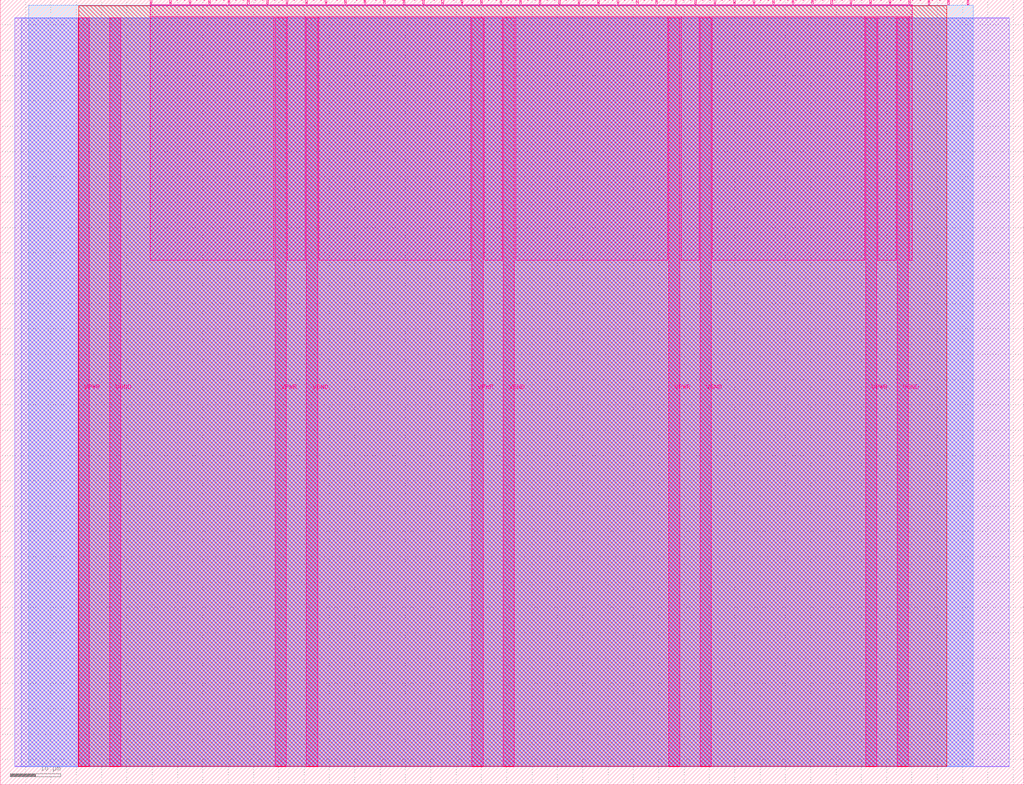
<source format=lef>
VERSION 5.7 ;
  NOWIREEXTENSIONATPIN ON ;
  DIVIDERCHAR "/" ;
  BUSBITCHARS "[]" ;
MACRO tt_um_wokwi_group_1
  CLASS BLOCK ;
  FOREIGN tt_um_wokwi_group_1 ;
  ORIGIN 0.000 0.000 ;
  SIZE 202.080 BY 154.980 ;
  PIN VGND
    DIRECTION INOUT ;
    USE GROUND ;
    PORT
      LAYER Metal5 ;
        RECT 21.580 3.560 23.780 151.420 ;
    END
    PORT
      LAYER Metal5 ;
        RECT 60.450 3.560 62.650 151.420 ;
    END
    PORT
      LAYER Metal5 ;
        RECT 99.320 3.560 101.520 151.420 ;
    END
    PORT
      LAYER Metal5 ;
        RECT 138.190 3.560 140.390 151.420 ;
    END
    PORT
      LAYER Metal5 ;
        RECT 177.060 3.560 179.260 151.420 ;
    END
  END VGND
  PIN VPWR
    DIRECTION INOUT ;
    USE POWER ;
    PORT
      LAYER Metal5 ;
        RECT 15.380 3.560 17.580 151.420 ;
    END
    PORT
      LAYER Metal5 ;
        RECT 54.250 3.560 56.450 151.420 ;
    END
    PORT
      LAYER Metal5 ;
        RECT 93.120 3.560 95.320 151.420 ;
    END
    PORT
      LAYER Metal5 ;
        RECT 131.990 3.560 134.190 151.420 ;
    END
    PORT
      LAYER Metal5 ;
        RECT 170.860 3.560 173.060 151.420 ;
    END
  END VPWR
  PIN clk
    DIRECTION INPUT ;
    USE SIGNAL ;
    PORT
      LAYER Metal5 ;
        RECT 187.050 153.980 187.350 154.980 ;
    END
  END clk
  PIN ena
    DIRECTION INPUT ;
    USE SIGNAL ;
    PORT
      LAYER Metal5 ;
        RECT 190.890 153.980 191.190 154.980 ;
    END
  END ena
  PIN rst_n
    DIRECTION INPUT ;
    USE SIGNAL ;
    PORT
      LAYER Metal5 ;
        RECT 183.210 153.980 183.510 154.980 ;
    END
  END rst_n
  PIN ui_in[0]
    DIRECTION INPUT ;
    USE SIGNAL ;
    ANTENNAGATEAREA 0.213200 ;
    PORT
      LAYER Metal5 ;
        RECT 179.370 153.980 179.670 154.980 ;
    END
  END ui_in[0]
  PIN ui_in[1]
    DIRECTION INPUT ;
    USE SIGNAL ;
    ANTENNAGATEAREA 0.213200 ;
    PORT
      LAYER Metal5 ;
        RECT 175.530 153.980 175.830 154.980 ;
    END
  END ui_in[1]
  PIN ui_in[2]
    DIRECTION INPUT ;
    USE SIGNAL ;
    ANTENNAGATEAREA 0.180700 ;
    PORT
      LAYER Metal5 ;
        RECT 171.690 153.980 171.990 154.980 ;
    END
  END ui_in[2]
  PIN ui_in[3]
    DIRECTION INPUT ;
    USE SIGNAL ;
    ANTENNAGATEAREA 0.180700 ;
    PORT
      LAYER Metal5 ;
        RECT 167.850 153.980 168.150 154.980 ;
    END
  END ui_in[3]
  PIN ui_in[4]
    DIRECTION INPUT ;
    USE SIGNAL ;
    ANTENNAGATEAREA 0.180700 ;
    PORT
      LAYER Metal5 ;
        RECT 164.010 153.980 164.310 154.980 ;
    END
  END ui_in[4]
  PIN ui_in[5]
    DIRECTION INPUT ;
    USE SIGNAL ;
    ANTENNAGATEAREA 0.213200 ;
    PORT
      LAYER Metal5 ;
        RECT 160.170 153.980 160.470 154.980 ;
    END
  END ui_in[5]
  PIN ui_in[6]
    DIRECTION INPUT ;
    USE SIGNAL ;
    ANTENNAGATEAREA 0.180700 ;
    PORT
      LAYER Metal5 ;
        RECT 156.330 153.980 156.630 154.980 ;
    END
  END ui_in[6]
  PIN ui_in[7]
    DIRECTION INPUT ;
    USE SIGNAL ;
    ANTENNAGATEAREA 0.314600 ;
    PORT
      LAYER Metal5 ;
        RECT 152.490 153.980 152.790 154.980 ;
    END
  END ui_in[7]
  PIN uio_in[0]
    DIRECTION INPUT ;
    USE SIGNAL ;
    ANTENNAGATEAREA 0.213200 ;
    PORT
      LAYER Metal5 ;
        RECT 148.650 153.980 148.950 154.980 ;
    END
  END uio_in[0]
  PIN uio_in[1]
    DIRECTION INPUT ;
    USE SIGNAL ;
    ANTENNAGATEAREA 0.180700 ;
    PORT
      LAYER Metal5 ;
        RECT 144.810 153.980 145.110 154.980 ;
    END
  END uio_in[1]
  PIN uio_in[2]
    DIRECTION INPUT ;
    USE SIGNAL ;
    ANTENNAGATEAREA 0.213200 ;
    PORT
      LAYER Metal5 ;
        RECT 140.970 153.980 141.270 154.980 ;
    END
  END uio_in[2]
  PIN uio_in[3]
    DIRECTION INPUT ;
    USE SIGNAL ;
    ANTENNAGATEAREA 0.213200 ;
    PORT
      LAYER Metal5 ;
        RECT 137.130 153.980 137.430 154.980 ;
    END
  END uio_in[3]
  PIN uio_in[4]
    DIRECTION INPUT ;
    USE SIGNAL ;
    PORT
      LAYER Metal5 ;
        RECT 133.290 153.980 133.590 154.980 ;
    END
  END uio_in[4]
  PIN uio_in[5]
    DIRECTION INPUT ;
    USE SIGNAL ;
    PORT
      LAYER Metal5 ;
        RECT 129.450 153.980 129.750 154.980 ;
    END
  END uio_in[5]
  PIN uio_in[6]
    DIRECTION INPUT ;
    USE SIGNAL ;
    PORT
      LAYER Metal5 ;
        RECT 125.610 153.980 125.910 154.980 ;
    END
  END uio_in[6]
  PIN uio_in[7]
    DIRECTION INPUT ;
    USE SIGNAL ;
    PORT
      LAYER Metal5 ;
        RECT 121.770 153.980 122.070 154.980 ;
    END
  END uio_in[7]
  PIN uio_oe[0]
    DIRECTION OUTPUT ;
    USE SIGNAL ;
    ANTENNADIFFAREA 0.299200 ;
    PORT
      LAYER Metal5 ;
        RECT 56.490 153.980 56.790 154.980 ;
    END
  END uio_oe[0]
  PIN uio_oe[1]
    DIRECTION OUTPUT ;
    USE SIGNAL ;
    ANTENNADIFFAREA 0.299200 ;
    PORT
      LAYER Metal5 ;
        RECT 52.650 153.980 52.950 154.980 ;
    END
  END uio_oe[1]
  PIN uio_oe[2]
    DIRECTION OUTPUT ;
    USE SIGNAL ;
    ANTENNADIFFAREA 0.299200 ;
    PORT
      LAYER Metal5 ;
        RECT 48.810 153.980 49.110 154.980 ;
    END
  END uio_oe[2]
  PIN uio_oe[3]
    DIRECTION OUTPUT ;
    USE SIGNAL ;
    ANTENNADIFFAREA 0.299200 ;
    PORT
      LAYER Metal5 ;
        RECT 44.970 153.980 45.270 154.980 ;
    END
  END uio_oe[3]
  PIN uio_oe[4]
    DIRECTION OUTPUT ;
    USE SIGNAL ;
    ANTENNADIFFAREA 0.299200 ;
    PORT
      LAYER Metal5 ;
        RECT 41.130 153.980 41.430 154.980 ;
    END
  END uio_oe[4]
  PIN uio_oe[5]
    DIRECTION OUTPUT ;
    USE SIGNAL ;
    ANTENNADIFFAREA 0.299200 ;
    PORT
      LAYER Metal5 ;
        RECT 37.290 153.980 37.590 154.980 ;
    END
  END uio_oe[5]
  PIN uio_oe[6]
    DIRECTION OUTPUT ;
    USE SIGNAL ;
    ANTENNADIFFAREA 0.299200 ;
    PORT
      LAYER Metal5 ;
        RECT 33.450 153.980 33.750 154.980 ;
    END
  END uio_oe[6]
  PIN uio_oe[7]
    DIRECTION OUTPUT ;
    USE SIGNAL ;
    ANTENNADIFFAREA 0.299200 ;
    PORT
      LAYER Metal5 ;
        RECT 29.610 153.980 29.910 154.980 ;
    END
  END uio_oe[7]
  PIN uio_out[0]
    DIRECTION OUTPUT ;
    USE SIGNAL ;
    ANTENNADIFFAREA 0.299200 ;
    PORT
      LAYER Metal5 ;
        RECT 87.210 153.980 87.510 154.980 ;
    END
  END uio_out[0]
  PIN uio_out[1]
    DIRECTION OUTPUT ;
    USE SIGNAL ;
    ANTENNADIFFAREA 0.299200 ;
    PORT
      LAYER Metal5 ;
        RECT 83.370 153.980 83.670 154.980 ;
    END
  END uio_out[1]
  PIN uio_out[2]
    DIRECTION OUTPUT ;
    USE SIGNAL ;
    ANTENNADIFFAREA 0.299200 ;
    PORT
      LAYER Metal5 ;
        RECT 79.530 153.980 79.830 154.980 ;
    END
  END uio_out[2]
  PIN uio_out[3]
    DIRECTION OUTPUT ;
    USE SIGNAL ;
    ANTENNADIFFAREA 0.299200 ;
    PORT
      LAYER Metal5 ;
        RECT 75.690 153.980 75.990 154.980 ;
    END
  END uio_out[3]
  PIN uio_out[4]
    DIRECTION OUTPUT ;
    USE SIGNAL ;
    ANTENNADIFFAREA 0.299200 ;
    PORT
      LAYER Metal5 ;
        RECT 71.850 153.980 72.150 154.980 ;
    END
  END uio_out[4]
  PIN uio_out[5]
    DIRECTION OUTPUT ;
    USE SIGNAL ;
    ANTENNADIFFAREA 0.299200 ;
    PORT
      LAYER Metal5 ;
        RECT 68.010 153.980 68.310 154.980 ;
    END
  END uio_out[5]
  PIN uio_out[6]
    DIRECTION OUTPUT ;
    USE SIGNAL ;
    ANTENNADIFFAREA 0.299200 ;
    PORT
      LAYER Metal5 ;
        RECT 64.170 153.980 64.470 154.980 ;
    END
  END uio_out[6]
  PIN uio_out[7]
    DIRECTION OUTPUT ;
    USE SIGNAL ;
    ANTENNADIFFAREA 0.299200 ;
    PORT
      LAYER Metal5 ;
        RECT 60.330 153.980 60.630 154.980 ;
    END
  END uio_out[7]
  PIN uo_out[0]
    DIRECTION OUTPUT ;
    USE SIGNAL ;
    ANTENNADIFFAREA 0.958400 ;
    PORT
      LAYER Metal5 ;
        RECT 117.930 153.980 118.230 154.980 ;
    END
  END uo_out[0]
  PIN uo_out[1]
    DIRECTION OUTPUT ;
    USE SIGNAL ;
    ANTENNADIFFAREA 0.958400 ;
    PORT
      LAYER Metal5 ;
        RECT 114.090 153.980 114.390 154.980 ;
    END
  END uo_out[1]
  PIN uo_out[2]
    DIRECTION OUTPUT ;
    USE SIGNAL ;
    ANTENNADIFFAREA 0.958400 ;
    PORT
      LAYER Metal5 ;
        RECT 110.250 153.980 110.550 154.980 ;
    END
  END uo_out[2]
  PIN uo_out[3]
    DIRECTION OUTPUT ;
    USE SIGNAL ;
    ANTENNADIFFAREA 1.135700 ;
    PORT
      LAYER Metal5 ;
        RECT 106.410 153.980 106.710 154.980 ;
    END
  END uo_out[3]
  PIN uo_out[4]
    DIRECTION OUTPUT ;
    USE SIGNAL ;
    ANTENNADIFFAREA 1.135700 ;
    PORT
      LAYER Metal5 ;
        RECT 102.570 153.980 102.870 154.980 ;
    END
  END uo_out[4]
  PIN uo_out[5]
    DIRECTION OUTPUT ;
    USE SIGNAL ;
    ANTENNADIFFAREA 1.102800 ;
    PORT
      LAYER Metal5 ;
        RECT 98.730 153.980 99.030 154.980 ;
    END
  END uo_out[5]
  PIN uo_out[6]
    DIRECTION OUTPUT ;
    USE SIGNAL ;
    ANTENNADIFFAREA 0.677200 ;
    PORT
      LAYER Metal5 ;
        RECT 94.890 153.980 95.190 154.980 ;
    END
  END uo_out[6]
  PIN uo_out[7]
    DIRECTION OUTPUT ;
    USE SIGNAL ;
    ANTENNADIFFAREA 0.677200 ;
    PORT
      LAYER Metal5 ;
        RECT 91.050 153.980 91.350 154.980 ;
    END
  END uo_out[7]
  OBS
      LAYER GatPoly ;
        RECT 2.880 3.630 199.200 151.350 ;
      LAYER Metal1 ;
        RECT 2.880 3.560 199.200 151.420 ;
      LAYER Metal2 ;
        RECT 4.130 3.680 192.145 151.300 ;
      LAYER Metal3 ;
        RECT 5.660 3.635 192.100 153.865 ;
      LAYER Metal4 ;
        RECT 15.515 3.680 186.865 153.820 ;
      LAYER Metal5 ;
        RECT 30.120 153.770 33.240 153.980 ;
        RECT 33.960 153.770 37.080 153.980 ;
        RECT 37.800 153.770 40.920 153.980 ;
        RECT 41.640 153.770 44.760 153.980 ;
        RECT 45.480 153.770 48.600 153.980 ;
        RECT 49.320 153.770 52.440 153.980 ;
        RECT 53.160 153.770 56.280 153.980 ;
        RECT 57.000 153.770 60.120 153.980 ;
        RECT 60.840 153.770 63.960 153.980 ;
        RECT 64.680 153.770 67.800 153.980 ;
        RECT 68.520 153.770 71.640 153.980 ;
        RECT 72.360 153.770 75.480 153.980 ;
        RECT 76.200 153.770 79.320 153.980 ;
        RECT 80.040 153.770 83.160 153.980 ;
        RECT 83.880 153.770 87.000 153.980 ;
        RECT 87.720 153.770 90.840 153.980 ;
        RECT 91.560 153.770 94.680 153.980 ;
        RECT 95.400 153.770 98.520 153.980 ;
        RECT 99.240 153.770 102.360 153.980 ;
        RECT 103.080 153.770 106.200 153.980 ;
        RECT 106.920 153.770 110.040 153.980 ;
        RECT 110.760 153.770 113.880 153.980 ;
        RECT 114.600 153.770 117.720 153.980 ;
        RECT 118.440 153.770 121.560 153.980 ;
        RECT 122.280 153.770 125.400 153.980 ;
        RECT 126.120 153.770 129.240 153.980 ;
        RECT 129.960 153.770 133.080 153.980 ;
        RECT 133.800 153.770 136.920 153.980 ;
        RECT 137.640 153.770 140.760 153.980 ;
        RECT 141.480 153.770 144.600 153.980 ;
        RECT 145.320 153.770 148.440 153.980 ;
        RECT 149.160 153.770 152.280 153.980 ;
        RECT 153.000 153.770 156.120 153.980 ;
        RECT 156.840 153.770 159.960 153.980 ;
        RECT 160.680 153.770 163.800 153.980 ;
        RECT 164.520 153.770 167.640 153.980 ;
        RECT 168.360 153.770 171.480 153.980 ;
        RECT 172.200 153.770 175.320 153.980 ;
        RECT 176.040 153.770 179.160 153.980 ;
        RECT 179.880 153.770 180.100 153.980 ;
        RECT 29.660 151.630 180.100 153.770 ;
        RECT 29.660 103.595 54.040 151.630 ;
        RECT 56.660 103.595 60.240 151.630 ;
        RECT 62.860 103.595 92.910 151.630 ;
        RECT 95.530 103.595 99.110 151.630 ;
        RECT 101.730 103.595 131.780 151.630 ;
        RECT 134.400 103.595 137.980 151.630 ;
        RECT 140.600 103.595 170.650 151.630 ;
        RECT 173.270 103.595 176.850 151.630 ;
        RECT 179.470 103.595 180.100 151.630 ;
  END
END tt_um_wokwi_group_1
END LIBRARY


</source>
